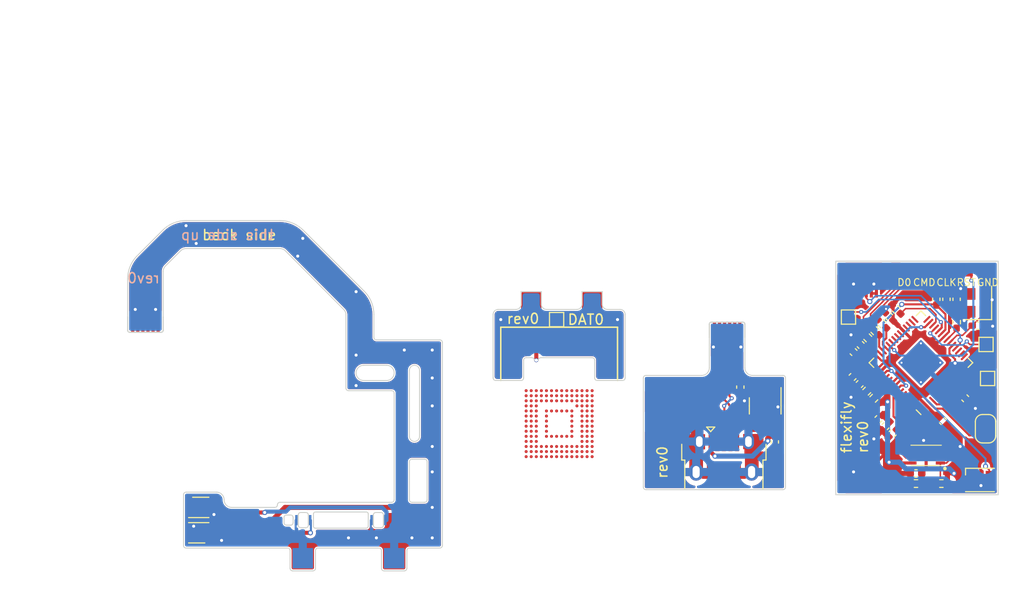
<source format=kicad_pcb>
(kicad_pcb (version 20221018) (generator pcbnew)

  (general
    (thickness 0.115)
  )

  (paper "A4")
  (layers
    (0 "F.Cu" signal)
    (31 "B.Cu" signal)
    (32 "B.Adhes" user "B.Adhesive")
    (33 "F.Adhes" user "F.Adhesive")
    (34 "B.Paste" user)
    (35 "F.Paste" user)
    (36 "B.SilkS" user "B.Silkscreen")
    (37 "F.SilkS" user "F.Silkscreen")
    (38 "B.Mask" user)
    (39 "F.Mask" user)
    (40 "Dwgs.User" user "User.Drawings")
    (41 "Cmts.User" user "User.Comments")
    (42 "Eco1.User" user "User.Eco1")
    (43 "Eco2.User" user "User.Eco2")
    (44 "Edge.Cuts" user)
    (45 "Margin" user)
    (46 "B.CrtYd" user "B.Courtyard")
    (47 "F.CrtYd" user "F.Courtyard")
    (48 "B.Fab" user)
    (49 "F.Fab" user)
    (50 "User.1" user)
    (51 "User.2" user)
    (52 "User.3" user)
    (53 "User.4" user)
    (54 "User.5" user)
    (55 "User.6" user)
    (56 "User.7" user)
    (57 "User.8" user)
    (58 "User.9" user)
  )

  (setup
    (stackup
      (layer "F.SilkS" (type "Top Silk Screen"))
      (layer "F.Paste" (type "Top Solder Paste"))
      (layer "F.Mask" (type "Top Solder Mask") (thickness 0.01))
      (layer "F.Cu" (type "copper") (thickness 0.035))
      (layer "dielectric 1" (type "core") (color "Polyimide") (thickness 0.025) (material "Polyimide") (epsilon_r 3.2) (loss_tangent 0.004))
      (layer "B.Cu" (type "copper") (thickness 0.035))
      (layer "B.Mask" (type "Bottom Solder Mask") (thickness 0.01))
      (layer "B.Paste" (type "Bottom Solder Paste"))
      (layer "B.SilkS" (type "Bottom Silk Screen"))
      (copper_finish "None")
      (dielectric_constraints no)
    )
    (pad_to_mask_clearance 0)
    (pcbplotparams
      (layerselection 0x00010fc_ffffffff)
      (plot_on_all_layers_selection 0x0000000_00000000)
      (disableapertmacros false)
      (usegerberextensions false)
      (usegerberattributes true)
      (usegerberadvancedattributes true)
      (creategerberjobfile true)
      (dashed_line_dash_ratio 12.000000)
      (dashed_line_gap_ratio 3.000000)
      (svgprecision 4)
      (plotframeref false)
      (viasonmask false)
      (mode 1)
      (useauxorigin false)
      (hpglpennumber 1)
      (hpglpenspeed 20)
      (hpglpendiameter 15.000000)
      (dxfpolygonmode true)
      (dxfimperialunits true)
      (dxfusepcbnewfont true)
      (psnegative false)
      (psa4output false)
      (plotreference true)
      (plotvalue true)
      (plotinvisibletext false)
      (sketchpadsonfab false)
      (subtractmaskfromsilk false)
      (outputformat 1)
      (mirror false)
      (drillshape 1)
      (scaleselection 1)
      (outputdirectory "")
    )
  )

  (net 0 "")
  (net 1 "+3V3")
  (net 2 "GND")
  (net 3 "/XIN")
  (net 4 "Net-(C3-Pad2)")
  (net 5 "+1V1")
  (net 6 "GND1")
  (net 7 "VBUS")
  (net 8 "unconnected-(D1-DOUT-Pad2)")
  (net 9 "/STATUS_LED")
  (net 10 "Net-(J6-Pin_3)")
  (net 11 "GND2")
  (net 12 "/QSPI_~{CS}")
  (net 13 "/~{USB_BOOT}")
  (net 14 "/XOUT")
  (net 15 "/USB_DP")
  (net 16 "/DP")
  (net 17 "/NX_CLK")
  (net 18 "Net-(U1-GPIO27_ADC1)")
  (net 19 "/NX_CMD")
  (net 20 "Net-(U1-GPIO28_ADC2)")
  (net 21 "/NX_D0")
  (net 22 "Net-(U1-GPIO29_ADC3)")
  (net 23 "/RP2040_~{USB_BOOT}")
  (net 24 "/TRAINING_RESET_A")
  (net 25 "/TRAINING_RESET_B")
  (net 26 "unconnected-(U1-GPIO2-Pad4)")
  (net 27 "unconnected-(U1-GPIO3-Pad5)")
  (net 28 "unconnected-(U1-GPIO4-Pad6)")
  (net 29 "unconnected-(U1-GPIO5-Pad7)")
  (net 30 "unconnected-(U1-GPIO6-Pad8)")
  (net 31 "unconnected-(U1-GPIO7-Pad9)")
  (net 32 "unconnected-(U1-GPIO8-Pad11)")
  (net 33 "unconnected-(U1-GPIO9-Pad12)")
  (net 34 "unconnected-(U1-GPIO10-Pad13)")
  (net 35 "unconnected-(U1-GPIO11-Pad14)")
  (net 36 "unconnected-(U1-GPIO12-Pad15)")
  (net 37 "unconnected-(U1-GPIO13-Pad16)")
  (net 38 "unconnected-(U1-GPIO14-Pad17)")
  (net 39 "/NX_CPU")
  (net 40 "/SWCLK")
  (net 41 "/SWD")
  (net 42 "/RUN")
  (net 43 "unconnected-(U1-GPIO17-Pad28)")
  (net 44 "unconnected-(U1-GPIO18-Pad29)")
  (net 45 "unconnected-(U1-GPIO19-Pad30)")
  (net 46 "unconnected-(U1-GPIO20-Pad31)")
  (net 47 "unconnected-(U1-GPIO21-Pad32)")
  (net 48 "unconnected-(U1-GPIO22-Pad34)")
  (net 49 "unconnected-(U1-GPIO23-Pad35)")
  (net 50 "unconnected-(U1-GPIO24-Pad36)")
  (net 51 "unconnected-(U1-GPIO25-Pad37)")
  (net 52 "/NX_RST")
  (net 53 "/QSPI_SD3")
  (net 54 "/QSPI_CLK")
  (net 55 "/QSPI_SD0")
  (net 56 "/QSPI_SD2")
  (net 57 "/QSPI_SD1")
  (net 58 "/D+")
  (net 59 "/D-")
  (net 60 "Net-(C16-Pad1)")
  (net 61 "Net-(C15-Pad1)")
  (net 62 "/DAT0")
  (net 63 "GND3")
  (net 64 "unconnected-(J3-ID-Pad4)")
  (net 65 "/USB_DN")
  (net 66 "/DN")

  (footprint "TestPoint:TestPoint_Pad_1.0x1.0mm" (layer "F.Cu") (at 167.25 52.5))

  (footprint "Capacitor_SMD:C_0402_1005Metric_Pad0.74x0.62mm_HandSolder" (layer "F.Cu") (at 178.75 60.5 135))

  (footprint "Capacitor_SMD:C_0402_1005Metric_Pad0.74x0.62mm_HandSolder" (layer "F.Cu") (at 168.35 59.1 45))

  (footprint "Capacitor_SMD:C_0402_1005Metric_Pad0.74x0.62mm_HandSolder" (layer "F.Cu") (at 177.9 50.75 -90))

  (footprint "Resistor_SMD:R_0402_1005Metric_Pad0.72x0.64mm_HandSolder" (layer "F.Cu") (at 171.95 51.75 -45))

  (footprint "TestPoint:TestPoint_Pad_1.0x1.0mm" (layer "F.Cu") (at 138.5 52.75))

  (footprint "Capacitor_SMD:C_0402_1005Metric_Pad0.74x0.62mm_HandSolder" (layer "F.Cu") (at 175.9 50.75 -90))

  (footprint "flexifly:FPC_1x06_P0.50mm" (layer "F.Cu") (at 155.295832 53.75))

  (footprint "TestPoint:TestPoint_Pad_1.0x1.0mm" (layer "F.Cu") (at 177 48))

  (footprint "TestPoint:TestPoint_Pad_1.0x1.0mm" (layer "F.Cu") (at 181 48))

  (footprint "TestPoint:TestPoint_Pad_1.0x1.0mm" (layer "F.Cu") (at 180.8 55.2))

  (footprint "flexifly:HCTL_HC-FPC-05-09-6RLTAG_1x06-1MP_P0.50mm_Horizontal" (layer "F.Cu") (at 168.75 47.275 180))

  (footprint "TestPoint:TestPoint_Pad_1.0x1.0mm" (layer "F.Cu") (at 179 48))

  (footprint "Capacitor_SMD:C_0402_1005Metric_Pad0.74x0.62mm_HandSolder" (layer "F.Cu") (at 171.6 63.95 45))

  (footprint "Crystal:Crystal_SMD_2520-4Pin_2.5x2.0mm" (layer "F.Cu") (at 179.95 51.1 90))

  (footprint "Capacitor_SMD:C_0402_1005Metric_Pad0.74x0.62mm_HandSolder" (layer "F.Cu") (at 170.2 62.55 45))

  (footprint "flexifly:FBGA_153_P0.50mm" (layer "F.Cu") (at 138.75 63))

  (footprint "Resistor_SMD:R_0402_1005Metric_Pad0.72x0.64mm_HandSolder" (layer "F.Cu") (at 169.75 60.5 45))

  (footprint "Capacitor_SMD:C_0402_1005Metric_Pad0.74x0.62mm_HandSolder" (layer "F.Cu") (at 176.55 62.75 135))

  (footprint "Capacitor_SMD:C_0402_1005Metric_Pad0.74x0.62mm_HandSolder" (layer "F.Cu") (at 156.595832 59.4 90))

  (footprint "flexifly:W25QxxxxUXxx" (layer "F.Cu") (at 174.9 66.125))

  (footprint "Capacitor_SMD:C_0402_1005Metric_Pad0.74x0.62mm_HandSolder" (layer "F.Cu") (at 176.9 50.75 -90))

  (footprint "TestPoint:TestPoint_Pad_1.0x1.0mm" (layer "F.Cu") (at 180.95 58.55))

  (footprint "TestPoint:TestPoint_Pad_1.0x1.0mm" (layer "F.Cu") (at 175 48))

  (footprint "Capacitor_SMD:C_0402_1005Metric_Pad0.74x0.62mm_HandSolder" (layer "F.Cu") (at 171.25 52.45 -45))

  (footprint "Capacitor_SMD:C_0402_1005Metric_Pad0.74x0.62mm_HandSolder" (layer "F.Cu") (at 159.995832 64.8 -90))

  (footprint "TestPoint:TestPoint_Pad_1.0x1.0mm" (layer "F.Cu") (at 173 48))

  (footprint "flexifly:MicroFET_2x2" (layer "F.Cu") (at 103.25 73.75 90))

  (footprint "TestPoint:TestPoint_Pad_2.0x2.0mm" (layer "F.Cu") (at 136 51))

  (footprint "flexifly:Conn_BGA_shim" (layer "F.Cu") (at 136.5 56.75))

  (footprint "flexifly:SW_SPST_XKB_1187A-B-A-B" (layer "F.Cu") (at 150.795832 60.95 180))

  (footprint "TestPoint:TestPoint_Pad_2.0x2.0mm" (layer "F.Cu") (at 142 51))

  (footprint "Capacitor_SMD:C_0402_1005Metric_Pad0.74x0.62mm_HandSolder" (layer "F.Cu") (at 168.45 55.25 -45))

  (footprint "Jumper:SolderJumper-2_P1.3mm_Open_RoundedPad1.0x1.5mm" (layer "F.Cu") (at 180.75 63.5 -90))

  (footprint "Package_TO_SOT_SMD:SOT-23-3" (layer "F.Cu") (at 159.045832 61.25 -90))

  (footprint "Capacitor_SMD:C_0402_1005Metric_Pad0.74x0.62mm_HandSolder" (layer "F.Cu") (at 167.75 55.95 -45))

  (footprint "Capacitor_SMD:C_0402_1005Metric_Pad0.74x0.62mm_HandSolder" (layer "F.Cu") (at 180 53.35 180))

  (footprint "flexifly:MicroFET_2x2" (layer "F.Cu") (at 103.25 71.25 -90))

  (footprint "Resistor_SMD:R_0402_1005Metric_Pad0.72x0.64mm_HandSolder" (layer "F.Cu") (at 176.4 68.9 180))

  (footprint "flexifly:FPC_1x06_P0.50mm" (layer "F.Cu") (at 98 53.25 180))

  (footprint "LED_SMD:LED_WS2812B-2020_PLCC4_2.0x2.0mm" (layer "F.Cu") (at 180.2 68.55))

  (footprint "Capacitor_SMD:C_0402_1005Metric_Pad0.74x0.62mm_HandSolder" (layer "F.Cu") (at 170.9 63.25 45))

  (footprint "Capacitor_SMD:C_0402_1005Metric_Pad0.74x0.62mm_HandSolder" (layer "F.Cu") (at 173.9 67.9))

  (footprint "Capacitor_SMD:C_0402_1005Metric_Pad0.74x0.62mm_HandSolder" (layer "F.Cu") (at 167.65 58.4 -135))

  (footprint "Resistor_SMD:R_0402_1005Metric_Pad0.72x0.64mm_HandSolder" (layer "F.Cu") (at 173.9 68.9))

  (footprint "Resistor_SMD:R_0402_1005Metric_Pad0.72x0.64mm_HandSolder" (layer "F.Cu") (at 169.05 59.8 -135))

  (footprint "Connector_USB:USB_Micro-B_Amphenol_10103594-0001LF_Horizontal" (layer "F.Cu") (at 155.000832 66.65))

  (footprint "Resistor_SMD:R_0402_1005Metric_Pad0.72x0.64mm_HandSolder" (layer "F.Cu") (at 170.55 53.15 -45))

  (footprint "Package_DFN_QFN:QFN-56-1EP_7x7mm_P0.4mm_EP3.2x3.2mm_ThermalVias" (layer "F.Cu") (at 174.384996 57 135))

  (footprint "Resistor_SMD:R_0402_1005Metric_Pad0.72x0.64mm_HandSolder" (layer "F.Cu")
    (tstamp f66f780e-8e96-4263-ba6e-7db2534b83ed)
    (at 169.15 54.55 -45)
    (descr "Resistor SMD 0402 (1005 Metric), square (rectangular) end terminal, IPC_7351 nominal with elongated pad for handsoldering. (Body size source: IPC-SM-782 page 72, https://www.pcb-3d.com/wordpress/wp-content/uploads/ipc-sm-782a_amendment_1_and_2.pdf), generated with kicad-footprint-generator")
    (tags "resistor handsolder")
    (property "Sheetfile" "flexifly.kicad_sch")
    (property "Sheetname" "")
    (property "ki_description" "Resistor")
    (property "ki_keywords" "R res resistor")
    (path "/da71d225-6811-4f4b-8b25-170048691591")
    (attr smd)
    (fp_text reference "R8" (at 0 -1.17 135) (layer "F.SilkS") hide
        (effects (font (size 1 1) (thickness 0.15)))
      (tstamp 1d35a5ea-0cb8-4710-bab4-ca7c9e48dbd4)
    )
    (fp_text value "47" (at 0 1.17 135) (layer "F.Fab")
        (effects (font (size 1 1) (thickness 0.15)))
      (tstamp a0665810-8934-421a-ad41-048e41c8e245)
    )
    (fp_text user "${REFERENCE}" (at 0 0 135) (layer "F.Fab")
        (effects (font (size 0.26 0.26) (thickness 0.04)))
      (tstamp 54a21d4c-ee81-4453-afd9-84ba425bfa40)
    )
    (fp_line (start -0.167621 -0.38) (end 0.167621 -0.38)
      (stroke (width 0.12) (type solid)) (layer "F.SilkS") (tstamp 4d1bede0-5a2d-44ab-b7eb-1583544fe508))
    (fp_line (start -0.167621 0.38) (end 0.167621 0.38)
      (stroke (width 0.12) (type solid)) (layer "F.SilkS") (tstamp e030a292-ef91-4228-be46-501e2f8daaa0))
    (fp_line (start -1.1 -0.47) (end 1.1 -0.47)
      (stroke (width 0.05) (type solid)) (layer "F.CrtYd") (tstamp db8d699c-b41d-43b0-9a98-4d65cb887ed1))
    (fp_line (start -1.1 0.47) (end -1.1 -0.47)
      (stroke (width 0.05) (type solid)) (layer "F.CrtYd") (tstamp ea241217-8f36-4f6b-904e-f43b066bf576))
    (fp_line (start 1.1 -0.47) (end 1.1 0.47)
      (stroke (width 0.05) (type solid)) (layer "F.CrtYd") (tstamp abbd419a-db1c-483e-98b2-335c7ac4312a))
    (fp_line (start 1.1 0.47) (end -1.1 0.47)
      (stroke (width 0.05) (type solid)) (layer "F.CrtYd") (tstamp caf12171-2e33-4e25-aba7-8824ef1598f0))
    (fp_line (start -0.525 -0.27) (end 0.525 -0.27)
      (stroke (width 0.1) (type solid)) (layer "F.Fab") (tstamp 405f631d-da3e-40eb-89d2-503b1b9d6b76))
    (fp_line (start -0.525 0.27) (end -0.525 -0.27)
      (stroke (width 0.1) (type solid)) (layer "F.Fab") (tstamp bb995d18-d1e7-47ef-86f3-e12c336fb095))
    (fp_line (start 0.525 -0.27) (end 0.525 0.27)
      (stroke (width 0.1) (type solid)) (layer "F.Fab") (tstamp 0a2074ae-d412-486b-8efb-83a1449cc575))
    (fp_line (start 0.525 0.27) (end -0.525 0.27)
      (stroke (width 0.1) (type solid)) (layer "F.Fab") (tstamp 40280903-77e9-49d4-8442-95b99c5c46a6))
    (pad "1" smd roundrect (at -0.5975 0 315) (size 0.715 0.64) (layers "F.Cu" "F.Paste" "F.Mask") (roundrect_rratio 0.25)
      (net 21 "/NX_D0") (pintype "passive") (tstamp df625cae-936c-4c9c-89ff-f3396a91e24c))
    (pad "2" smd roundrect (at 0.5975 0 315) (size 0.715 0.64) (layers "F.Cu" "F.Paste" "F.Mask") (roundrect_rratio 0.25)
      (net 22 "Net-(U1-GPIO29_ADC3)") (pintype "passive") (tstamp 418f7fb8-1689-4e02-aabe-9a7249f21705))

... [336518 chars truncated]
</source>
